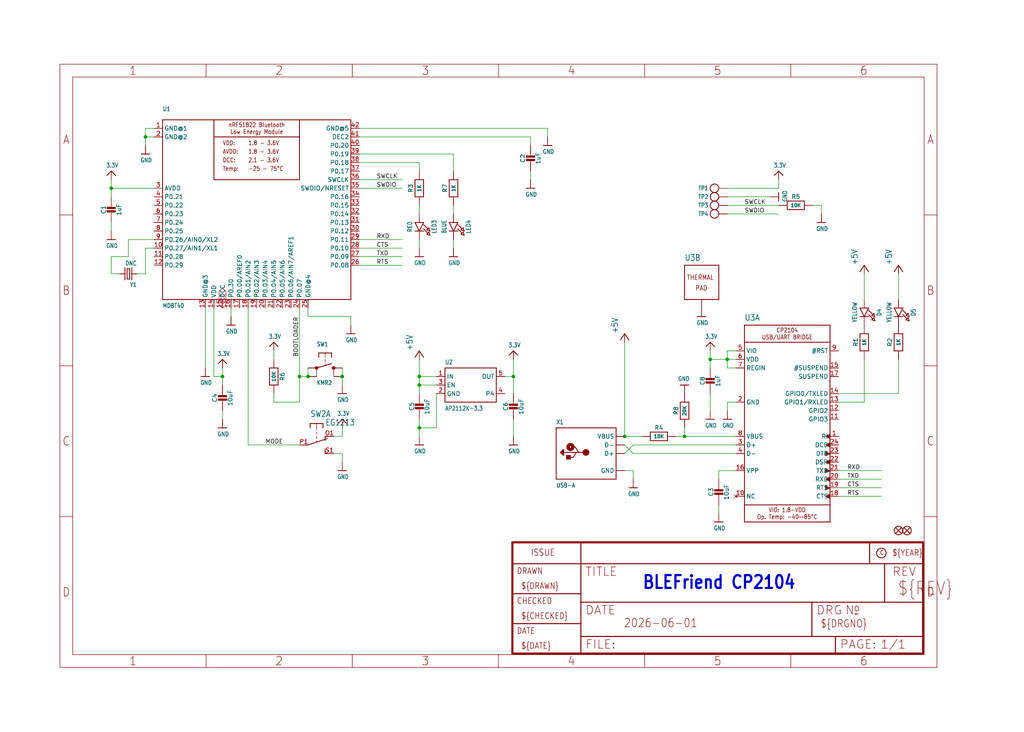
<source format=kicad_sch>
(kicad_sch (version 20230121) (generator eeschema)
  (paper "User" 303.962 217.322)
  (lib_symbols
    (symbol "working-eagle-import:+5V" (power)
      (property "Value" "+5V" (at -2.54 -5.08 90))
      (symbol "+5V_1_0"
        (pin power_in line (at 0 -2.54 90) (length 2.54) (name "+5V") (number "1"))
      )
    )
    (symbol "working-eagle-import:3.3V" (power)
      (property "Value" "3.3V" (at -1.524 1.016 0))
      (symbol "3.3V_1_0"
        (pin power_in line (at 0 -2.54 90) (length 2.54) (name "3.3V") (number "1"))
      )
    )
    (symbol "working-eagle-import:CAP_CERAMIC0603_NO"
      (property "Reference" "C" (at -2.29 1.25 90))
      (symbol "CAP_CERAMIC0603_NO_1_0"
        (pin passive line (at 0 5.08 270) (length 2.54) (name "1") (number "1"))
        (pin passive line (at 0 -2.54 90) (length 2.54) (name "2") (number "2"))
      )
    )
    (symbol "working-eagle-import:CAP_CERAMIC0805-NOOUTLINE"
      (property "Reference" "C" (at -2.29 1.25 90))
      (symbol "CAP_CERAMIC0805-NOOUTLINE_1_0"
        (pin passive line (at 0 5.08 270) (length 2.54) (name "1") (number "1"))
        (pin passive line (at 0 -2.54 90) (length 2.54) (name "2") (number "2"))
      )
    )
    (symbol "working-eagle-import:CP2104"
      (property "Reference" "U" (at -5.08 6.35 0))
      (symbol "CP2104_1_0"
        (text "CP2104\nUSB/UART BRIDGE" (at 0 25.4 0) (effects (font (size 1.27 1.0795))))
        (text "VIO: 1.8-VDD\nOp. Temp: -40~~85°C" (at 0 -27.94 0) (effects (font (size 1.27 1.0795))))
        (pin input line (at 15.24 -5.08 180) (length 2.54) (name "RI") (number "1"))
        (pin no_connect line (at -15.24 -22.86 0) (length 2.54) (name "NC") (number "10"))
        (pin bidirectional line (at 15.24 0 180) (length 2.54) (name "GPIO3") (number "11"))
        (pin bidirectional line (at 15.24 2.54 180) (length 2.54) (name "GPIO2") (number "12"))
        (pin bidirectional line (at 15.24 5.08 180) (length 2.54) (name "GPIO1/RXLED") (number "13"))
        (pin bidirectional line (at 15.24 7.62 180) (length 2.54) (name "GPIO0/TXLED") (number "14"))
        (pin output line (at 15.24 15.24 180) (length 2.54) (name "#SUSPEND") (number "15"))
        (pin bidirectional line (at -15.24 -15.24 0) (length 2.54) (name "VPP") (number "16"))
        (pin output line (at 15.24 12.7 180) (length 2.54) (name "SUSPEND") (number "17"))
        (pin input line (at 15.24 -22.86 180) (length 2.54) (name "CTS") (number "18"))
        (pin output line (at 15.24 -20.32 180) (length 2.54) (name "RTS") (number "19"))
        (pin power_in line (at -15.24 5.08 0) (length 2.54) (name "GND") (number "2"))
        (pin input line (at 15.24 -17.78 180) (length 2.54) (name "RXD") (number "20"))
        (pin output line (at 15.24 -15.24 180) (length 2.54) (name "TXD") (number "21"))
        (pin input line (at 15.24 -12.7 180) (length 2.54) (name "DSR") (number "22"))
        (pin output line (at 15.24 -10.16 180) (length 2.54) (name "DTR") (number "23"))
        (pin input line (at 15.24 -7.62 180) (length 2.54) (name "DCD") (number "24"))
        (pin bidirectional line (at -15.24 -7.62 0) (length 2.54) (name "D+") (number "3"))
        (pin bidirectional line (at -15.24 -10.16 0) (length 2.54) (name "D-") (number "4"))
        (pin power_in line (at -15.24 20.32 0) (length 2.54) (name "VIO") (number "5"))
        (pin power_in line (at -15.24 17.78 0) (length 2.54) (name "VDD") (number "6"))
        (pin power_in line (at -15.24 15.24 0) (length 2.54) (name "REGIN") (number "7"))
        (pin power_in line (at -15.24 -5.08 0) (length 2.54) (name "VBUS") (number "8"))
        (pin bidirectional line (at 15.24 20.32 180) (length 2.54) (name "#RST") (number "9"))
      )
      (symbol "CP2104_2_0"
        (text "PAD" (at -1.905 -2.54 0) (effects (font (size 1.4224 1.209)) (justify left bottom)))
        (text "THERMAL" (at -4.445 0.635 0) (effects (font (size 1.4224 1.209)) (justify left bottom)))
        (pin power_in line (at 0 -7.62 90) (length 2.54) (name "TP") (number "THERM"))
      )
    )
    (symbol "working-eagle-import:CRYSTAL2.0X6.0_32.768"
      (property "Reference" "Y" (at -2.54 2.54 0))
      (symbol "CRYSTAL2.0X6.0_32.768_1_0"
        (pin passive line (at -2.54 0 0) (length 0) (name "1") (number "1"))
        (pin passive line (at 2.54 0 180) (length 0) (name "2") (number "2"))
      )
    )
    (symbol "working-eagle-import:DPDT-EG1390"
      (property "Reference" "SW" (at -8.255 -1.905 90))
      (symbol "DPDT-EG1390_1_0"
        (pin passive line (at -2.54 5.08 270) (length 2.54) (name "O") (number "O1"))
        (pin passive line (at 0 -5.08 90) (length 2.54) (name "P") (number "P1"))
        (pin passive line (at 2.54 5.08 270) (length 2.54) (name "S") (number "S1"))
      )
      (symbol "DPDT-EG1390_2_0"
        (pin passive line (at -2.54 5.08 270) (length 2.54) (name "O") (number "O2"))
        (pin passive line (at 0 -5.08 90) (length 2.54) (name "P") (number "P2"))
        (pin passive line (at 2.54 5.08 270) (length 2.54) (name "S") (number "S2"))
      )
    )
    (symbol "working-eagle-import:FIDUCIAL_1MM")
    (symbol "working-eagle-import:FRAME_A4"
      (symbol "FRAME_A4_1_0"
        (text "1" (at 21.6958 1.905 0) (effects (font (size 2.54 2.286))))
        (text "1" (at 21.6958 177.165 0) (effects (font (size 2.54 2.286))))
        (text "2" (at 65.0875 1.905 0) (effects (font (size 2.54 2.286))))
        (text "2" (at 65.0875 177.165 0) (effects (font (size 2.54 2.286))))
        (text "3" (at 108.4792 1.905 0) (effects (font (size 2.54 2.286))))
        (text "3" (at 108.4792 177.165 0) (effects (font (size 2.54 2.286))))
        (text "4" (at 151.8708 1.905 0) (effects (font (size 2.54 2.286))))
        (text "4" (at 151.8708 177.165 0) (effects (font (size 2.54 2.286))))
        (text "5" (at 195.2625 1.905 0) (effects (font (size 2.54 2.286))))
        (text "5" (at 195.2625 177.165 0) (effects (font (size 2.54 2.286))))
        (text "6" (at 238.6542 1.905 0) (effects (font (size 2.54 2.286))))
        (text "6" (at 238.6542 177.165 0) (effects (font (size 2.54 2.286))))
        (text "A" (at 1.905 156.6863 0) (effects (font (size 2.54 2.286))))
        (text "A" (at 258.445 156.6863 0) (effects (font (size 2.54 2.286))))
        (text "B" (at 1.905 111.9188 0) (effects (font (size 2.54 2.286))))
        (text "B" (at 258.445 111.9188 0) (effects (font (size 2.54 2.286))))
        (text "C" (at 1.905 67.1513 0) (effects (font (size 2.54 2.286))))
        (text "C" (at 258.445 67.1513 0) (effects (font (size 2.54 2.286))))
        (text "D" (at 1.905 22.3838 0) (effects (font (size 2.54 2.286))))
        (text "D" (at 258.445 22.3838 0) (effects (font (size 2.54 2.286))))
      )
      (symbol "FRAME_A4_2_0"
        (text "${#}/${##}" (at 108.9152 2.8448 0) (effects (font (size 2.54 2.54)) (justify left bottom)))
        (text "${CHECKED}" (at 2.2352 11.7348 0) (effects (font (size 1.778 1.5113)) (justify left bottom)))
        (text "${COMPANY}" (at 23.349 29.6735 0) (effects (font (size 3.175 2.6987) (thickness 0.5397) bold) (justify left bottom)))
        (text "${CURRENT_DATE}" (at 32.7152 9.1948 0) (effects (font (size 2.54 2.159)) (justify left bottom)))
        (text "${DATE}" (at 2.2352 2.8448 0) (effects (font (size 1.778 1.5113)) (justify left bottom)))
        (text "${DRAWN}" (at 2.2352 20.6248 0) (effects (font (size 1.778 1.5113)) (justify left bottom)))
        (text "${DRGNO}" (at 91.1352 9.1948 0) (effects (font (size 2.1844 1.8567)) (justify left bottom)))
        (text "${PROJECTNAME}" (at 33.0327 2.8448 0) (effects (font (size 2.54 2.159)) (justify left bottom)))
        (text "${REV}" (at 113.9952 18.7198 0) (effects (font (size 3.81 3.2385)) (justify left bottom)))
        (text "${YEAR}" (at 112.4077 30.4673 0) (effects (font (size 1.778 1.5113)) (justify left bottom)))
        (text "C" (at 108.7564 30.7848 0) (effects (font (size 1.27 1.0795)) (justify left bottom)))
        (text "CHECKED" (at 0.9652 16.1798 0) (effects (font (size 1.778 1.5113)) (justify left bottom)))
        (text "DATE" (at 0.9652 7.2898 0) (effects (font (size 1.778 1.5113)) (justify left bottom)))
        (text "DATE" (at 21.2852 13.0048 0) (effects (font (size 2.54 2.54)) (justify left bottom)))
        (text "DRAWN" (at 0.9652 25.0698 0) (effects (font (size 1.778 1.5113)) (justify left bottom)))
        (text "DRG" (at 89.8652 13.0048 0) (effects (font (size 2.54 2.54)) (justify left bottom)))
        (text "FILE:" (at 21.2852 2.8448 0) (effects (font (size 2.54 2.54)) (justify left bottom)))
        (text "ISSUE" (at 5.0927 30.4673 0) (effects (font (size 1.9304 1.6408)) (justify left bottom)))
        (text "N" (at 98.4377 13.0048 0) (effects (font (size 2.54 2.54)) (justify left bottom)))
        (text "o" (at 100.9777 13.9573 0) (effects (font (size 2.1844 1.8567)) (justify left bottom)))
        (text "PAGE:" (at 96.8502 2.8448 0) (effects (font (size 2.54 2.54)) (justify left bottom)))
        (text "REV" (at 112.4077 24.4348 0) (effects (font (size 2.54 2.54)) (justify left bottom)))
        (text "TITLE" (at 21.2852 24.4348 0) (effects (font (size 2.54 2.54)) (justify left bottom)))
      )
    )
    (symbol "working-eagle-import:GND" (power)
      (property "Value" "GND" (at -1.524 -2.54 0))
      (symbol "GND_1_0"
        (pin power_in line (at 0 2.54 270) (length 2.54) (name "GND") (number "1"))
      )
    )
    (symbol "working-eagle-import:LED0805_NOOUTLINE"
      (property "Reference" "D" (at -1.27 4.445 0))
      (symbol "LED0805_NOOUTLINE_1_0"
        (pin passive line (at -5.08 0 0) (length 2.54) (name "A") (number "A"))
        (pin passive line (at 2.54 0 180) (length 2.54) (name "C") (number "C"))
      )
    )
    (symbol "working-eagle-import:NRF51822_MODULE_MDBT40"
      (property "Reference" "U" (at -27.94 27.94 0))
      (symbol "NRF51822_MODULE_MDBT40_1_0"
        (text "-25 - 75°C" (at -2.54 10.16 0) (effects (font (size 1.27 1.0795)) (justify left bottom)))
        (text "1.8 - 3.6V" (at -2.54 15.24 0) (effects (font (size 1.27 1.0795)) (justify left bottom)))
        (text "1.8 - 3.6V" (at -2.54 17.78 0) (effects (font (size 1.27 1.0795)) (justify left bottom)))
        (text "2.1 - 3.6V" (at -2.54 12.7 0) (effects (font (size 1.27 1.0795)) (justify left bottom)))
        (text "AVDD:" (at -10.16 15.24 0) (effects (font (size 1.27 1.0795)) (justify left bottom)))
        (text "DCC:" (at -10.16 12.7 0) (effects (font (size 1.27 1.0795)) (justify left bottom)))
        (text "nRF51822 Bluetooth\nLow Energy Module" (at 0 22.86 0) (effects (font (size 1.27 1.0795))))
        (text "Temp:" (at -10.16 10.16 0) (effects (font (size 1.27 1.0795)) (justify left bottom)))
        (text "VDD:" (at -10.16 17.78 0) (effects (font (size 1.27 1.0795)) (justify left bottom)))
        (pin power_in line (at -30.48 22.86 0) (length 2.54) (name "GND@1") (number "1"))
        (pin bidirectional line (at -30.48 -12.7 0) (length 2.54) (name "P0.27/AIN1/XL1") (number "10"))
        (pin bidirectional line (at -30.48 -15.24 0) (length 2.54) (name "P0.28") (number "11"))
        (pin bidirectional line (at -30.48 -17.78 0) (length 2.54) (name "P0.29") (number "12"))
        (pin power_in line (at -15.24 -30.48 90) (length 2.54) (name "GND@3") (number "13"))
        (pin power_in line (at -12.7 -30.48 90) (length 2.54) (name "VDD") (number "14"))
        (pin power_in line (at -10.16 -30.48 90) (length 2.54) (name "DCC") (number "15"))
        (pin bidirectional line (at -7.62 -30.48 90) (length 2.54) (name "P0.30") (number "16"))
        (pin bidirectional line (at -5.08 -30.48 90) (length 2.54) (name "P0.00/AREF0") (number "17"))
        (pin bidirectional line (at -2.54 -30.48 90) (length 2.54) (name "P0.01/AIN2") (number "18"))
        (pin bidirectional line (at 0 -30.48 90) (length 2.54) (name "P0.02/AIN3") (number "19"))
        (pin power_in line (at -30.48 20.32 0) (length 2.54) (name "GND@2") (number "2"))
        (pin bidirectional line (at 2.54 -30.48 90) (length 2.54) (name "P0.03/AIN4") (number "20"))
        (pin bidirectional line (at 5.08 -30.48 90) (length 2.54) (name "P0.04/AIN5") (number "21"))
        (pin bidirectional line (at 7.62 -30.48 90) (length 2.54) (name "P0.05/AIN6") (number "22"))
        (pin bidirectional line (at 10.16 -30.48 90) (length 2.54) (name "P0.06/AIN7/AREF1") (number "23"))
        (pin bidirectional line (at 12.7 -30.48 90) (length 2.54) (name "P0.07") (number "24"))
        (pin power_in line (at 15.24 -30.48 90) (length 2.54) (name "GND@4") (number "25"))
        (pin bidirectional line (at 30.48 -17.78 180) (length 2.54) (name "P0.08") (number "26"))
        (pin bidirectional line (at 30.48 -15.24 180) (length 2.54) (name "P0.09") (number "27"))
        (pin bidirectional line (at 30.48 -12.7 180) (length 2.54) (name "P0.10") (number "28"))
        (pin bidirectional line (at 30.48 -10.16 180) (length 2.54) (name "P0.11") (number "29"))
        (pin power_in line (at -30.48 5.08 0) (length 2.54) (name "AVDD") (number "3"))
        (pin bidirectional line (at 30.48 -7.62 180) (length 2.54) (name "P0.12") (number "30"))
        (pin bidirectional line (at 30.48 -5.08 180) (length 2.54) (name "P0.13") (number "31"))
        (pin bidirectional line (at 30.48 -2.54 180) (length 2.54) (name "P0.14") (number "32"))
        (pin bidirectional line (at 30.48 0 180) (length 2.54) (name "P0.15") (number "33"))
        (pin bidirectional line (at 30.48 2.54 180) (length 2.54) (name "P0.16") (number "34"))
        (pin bidirectional line (at 30.48 5.08 180) (length 2.54) (name "SWDIO/NRESET") (number "35"))
        (pin bidirectional line (at 30.48 7.62 180) (length 2.54) (name "SWCLK") (number "36"))
        (pin bidirectional line (at 30.48 10.16 180) (length 2.54) (name "P0.17") (number "37"))
        (pin bidirectional line (at 30.48 12.7 180) (length 2.54) (name "P0.18") (number "38"))
        (pin bidirectional line (at 30.48 15.24 180) (length 2.54) (name "P0.19") (number "39"))
        (pin bidirectional line (at -30.48 2.54 0) (length 2.54) (name "P0.21") (number "4"))
        (pin bidirectional line (at 30.48 17.78 180) (length 2.54) (name "P0.20") (number "40"))
        (pin power_in line (at 30.48 20.32 180) (length 2.54) (name "DEC2") (number "41"))
        (pin power_in line (at 30.48 22.86 180) (length 2.54) (name "GND@5") (number "42"))
        (pin bidirectional line (at -30.48 0 0) (length 2.54) (name "P0.22") (number "5"))
        (pin bidirectional line (at -30.48 -2.54 0) (length 2.54) (name "P0.23") (number "6"))
        (pin bidirectional line (at -30.48 -5.08 0) (length 2.54) (name "P0.24") (number "7"))
        (pin bidirectional line (at -30.48 -7.62 0) (length 2.54) (name "P0.25") (number "8"))
        (pin bidirectional line (at -30.48 -10.16 0) (length 2.54) (name "P0.26/AIN0/XL2") (number "9"))
      )
    )
    (symbol "working-eagle-import:RESISTOR_0603_NOOUT"
      (property "Reference" "R" (at 0 2.54 0))
      (symbol "RESISTOR_0603_NOOUT_1_0"
        (pin passive line (at -5.08 0 0) (length 2.54) (name "1") (number "1"))
        (pin passive line (at 5.08 0 180) (length 2.54) (name "2") (number "2"))
      )
    )
    (symbol "working-eagle-import:SWITCH_TACT_SMT4.6X2.8"
      (property "Reference" "SW" (at -2.54 6.35 0))
      (symbol "SWITCH_TACT_SMT4.6X2.8_1_0"
        (pin passive line (at -5.08 0 0) (length 2.54) (name "P") (number "A"))
        (pin passive line (at -5.08 -2.54 0) (length 2.54) (name "P1") (number "A'"))
        (pin passive line (at 5.08 0 180) (length 2.54) (name "S") (number "B"))
        (pin passive line (at 5.08 -2.54 180) (length 2.54) (name "S1") (number "B'"))
      )
    )
    (symbol "working-eagle-import:TESTPOINTROUND2MM"
      (property "Reference" "TP" (at 0 5.588 90))
      (symbol "TESTPOINTROUND2MM_1_0"
        (pin bidirectional line (at 0 0 90) (length 2.54) (name "P$1") (number "P$1"))
      )
    )
    (symbol "working-eagle-import:USB_TYPEA_CLIENTTHM"
      (property "Reference" "X" (at -10.16 8.636 0))
      (symbol "USB_TYPEA_CLIENTTHM_1_0"
        (pin bidirectional line (at 10.16 0 180) (length 2.54) (name "D+") (number "D+"))
        (pin bidirectional line (at 10.16 2.54 180) (length 2.54) (name "D-") (number "D-"))
        (pin power_in line (at 10.16 -5.08 180) (length 2.54) (name "GND") (number "GND"))
        (pin power_in line (at 10.16 5.08 180) (length 2.54) (name "VBUS") (number "VBUS"))
      )
    )
    (symbol "working-eagle-import:VREG_SOT23-5"
      (property "Reference" "U" (at -7.62 6.096 0))
      (symbol "VREG_SOT23-5_1_0"
        (pin power_in line (at -10.16 2.54 0) (length 2.54) (name "IN") (number "1"))
        (pin power_in line (at -10.16 -2.54 0) (length 2.54) (name "GND") (number "2"))
        (pin input line (at -10.16 0 0) (length 2.54) (name "EN") (number "3"))
        (pin bidirectional line (at 10.16 -2.54 180) (length 2.54) (name "P4") (number "4"))
        (pin power_in line (at 10.16 2.54 180) (length 2.54) (name "OUT") (number "5"))
      )
    )
  )
  (junction (at 33.02 55.88))
  (junction (at 215.9 106.68))
  (junction (at 203.2 129.54))
  (junction (at 91.44 111.76))
  (junction (at 124.46 127))
  (junction (at 88.9 111.76))
  (junction (at 185.42 129.54))
  (junction (at 124.46 111.76))
  (junction (at 210.82 106.68))
  (junction (at 124.46 114.3))
  (junction (at 101.6 111.76))
  (junction (at 43.18 40.64))
  (junction (at 66.04 111.76))
  (junction (at 152.4 111.76))
  (wire (pts (xy 88.9 111.76) (xy 88.9 119.38)) (stroke (width 0.1524)))
  (wire (pts (xy 45.72 38.1) (xy 43.18 38.1)) (stroke (width 0.1524)))
  (wire (pts (xy 152.4 111.76) (xy 152.4 106.68)) (stroke (width 0.1524)))
  (wire (pts (xy 218.44 134.62) (xy 187.96 134.62)) (stroke (width 0.1524)))
  (wire (pts (xy 203.2 127) (xy 203.2 129.54)) (stroke (width 0.1524)))
  (wire (pts (xy 152.4 111.76) (xy 152.4 116.84)) (stroke (width 0.1524)))
  (wire (pts (xy 38.1 76.2) (xy 33.02 76.2)) (stroke (width 0.1524)))
  (wire (pts (xy 124.46 127) (xy 124.46 129.54)) (stroke (width 0.1524)))
  (wire (pts (xy 99.06 134.62) (xy 101.6 134.62)) (stroke (width 0.1524)))
  (wire (pts (xy 104.14 93.98) (xy 104.14 96.52)) (stroke (width 0.1524)))
  (wire (pts (xy 124.46 71.12) (xy 124.46 73.66)) (stroke (width 0.1524)))
  (wire (pts (xy 129.54 114.3) (xy 124.46 114.3)) (stroke (width 0.1524)))
  (wire (pts (xy 124.46 124.46) (xy 124.46 127)) (stroke (width 0.1524)))
  (wire (pts (xy 129.54 111.76) (xy 124.46 111.76)) (stroke (width 0.1524)))
  (wire (pts (xy 210.82 106.68) (xy 210.82 109.22)) (stroke (width 0.1524)))
  (wire (pts (xy 124.46 48.26) (xy 124.46 50.8)) (stroke (width 0.1524)))
  (wire (pts (xy 231.14 55.88) (xy 231.14 53.34)) (stroke (width 0.1524)))
  (wire (pts (xy 129.54 116.84) (xy 129.54 127)) (stroke (width 0.1524)))
  (wire (pts (xy 88.9 91.44) (xy 88.9 111.76)) (stroke (width 0.1524)))
  (wire (pts (xy 210.82 116.84) (xy 210.82 121.92)) (stroke (width 0.1524)))
  (wire (pts (xy 157.48 50.8) (xy 157.48 53.34)) (stroke (width 0.1524)))
  (wire (pts (xy 106.68 53.34) (xy 119.38 53.34)) (stroke (width 0.1524)))
  (wire (pts (xy 185.42 139.7) (xy 187.96 139.7)) (stroke (width 0.1524)))
  (wire (pts (xy 45.72 71.12) (xy 38.1 71.12)) (stroke (width 0.1524)))
  (wire (pts (xy 243.84 60.96) (xy 243.84 63.5)) (stroke (width 0.1524)))
  (wire (pts (xy 124.46 60.96) (xy 124.46 63.5)) (stroke (width 0.1524)))
  (wire (pts (xy 256.54 81.28) (xy 256.54 88.9)) (stroke (width 0.1524)))
  (wire (pts (xy 91.44 109.22) (xy 91.44 111.76)) (stroke (width 0.1524)))
  (wire (pts (xy 215.9 60.96) (xy 231.14 60.96)) (stroke (width 0.1524)))
  (wire (pts (xy 33.02 66.04) (xy 33.02 68.58)) (stroke (width 0.1524)))
  (wire (pts (xy 38.1 71.12) (xy 38.1 76.2)) (stroke (width 0.1524)))
  (wire (pts (xy 187.96 139.7) (xy 187.96 142.24)) (stroke (width 0.1524)))
  (wire (pts (xy 215.9 63.5) (xy 231.14 63.5)) (stroke (width 0.1524)))
  (wire (pts (xy 60.96 91.44) (xy 60.96 109.22)) (stroke (width 0.1524)))
  (wire (pts (xy 43.18 40.64) (xy 43.18 43.18)) (stroke (width 0.1524)))
  (wire (pts (xy 218.44 119.38) (xy 215.9 119.38)) (stroke (width 0.1524)))
  (wire (pts (xy 248.92 147.32) (xy 261.62 147.32)) (stroke (width 0.1524)))
  (wire (pts (xy 218.44 139.7) (xy 213.36 139.7)) (stroke (width 0.1524)))
  (wire (pts (xy 43.18 73.66) (xy 43.18 81.28)) (stroke (width 0.1524)))
  (wire (pts (xy 106.68 38.1) (xy 162.56 38.1)) (stroke (width 0.1524)))
  (wire (pts (xy 99.06 129.54) (xy 101.6 129.54)) (stroke (width 0.1524)))
  (wire (pts (xy 213.36 139.7) (xy 213.36 142.24)) (stroke (width 0.1524)))
  (wire (pts (xy 248.92 116.84) (xy 266.7 116.84)) (stroke (width 0.1524)))
  (wire (pts (xy 134.62 45.72) (xy 134.62 50.8)) (stroke (width 0.1524)))
  (wire (pts (xy 129.54 127) (xy 124.46 127)) (stroke (width 0.1524)))
  (wire (pts (xy 101.6 134.62) (xy 101.6 137.16)) (stroke (width 0.1524)))
  (wire (pts (xy 261.62 142.24) (xy 248.92 142.24)) (stroke (width 0.1524)))
  (wire (pts (xy 106.68 71.12) (xy 119.38 71.12)) (stroke (width 0.1524)))
  (wire (pts (xy 63.5 111.76) (xy 66.04 111.76)) (stroke (width 0.1524)))
  (wire (pts (xy 45.72 40.64) (xy 43.18 40.64)) (stroke (width 0.1524)))
  (wire (pts (xy 248.92 139.7) (xy 261.62 139.7)) (stroke (width 0.1524)))
  (wire (pts (xy 162.56 38.1) (xy 162.56 40.64)) (stroke (width 0.1524)))
  (wire (pts (xy 106.68 55.88) (xy 119.38 55.88)) (stroke (width 0.1524)))
  (wire (pts (xy 248.92 119.38) (xy 256.54 119.38)) (stroke (width 0.1524)))
  (wire (pts (xy 66.04 111.76) (xy 66.04 114.3)) (stroke (width 0.1524)))
  (wire (pts (xy 81.28 119.38) (xy 81.28 116.84)) (stroke (width 0.1524)))
  (wire (pts (xy 45.72 55.88) (xy 33.02 55.88)) (stroke (width 0.1524)))
  (wire (pts (xy 106.68 76.2) (xy 119.38 76.2)) (stroke (width 0.1524)))
  (wire (pts (xy 185.42 129.54) (xy 190.5 129.54)) (stroke (width 0.1524)))
  (wire (pts (xy 88.9 119.38) (xy 81.28 119.38)) (stroke (width 0.1524)))
  (wire (pts (xy 45.72 73.66) (xy 43.18 73.66)) (stroke (width 0.1524)))
  (wire (pts (xy 124.46 111.76) (xy 124.46 106.68)) (stroke (width 0.1524)))
  (wire (pts (xy 187.96 134.62) (xy 185.42 132.08)) (stroke (width 0.1524)))
  (wire (pts (xy 215.9 109.22) (xy 215.9 106.68)) (stroke (width 0.1524)))
  (wire (pts (xy 106.68 45.72) (xy 134.62 45.72)) (stroke (width 0.1524)))
  (wire (pts (xy 101.6 111.76) (xy 101.6 114.3)) (stroke (width 0.1524)))
  (wire (pts (xy 218.44 104.14) (xy 215.9 104.14)) (stroke (width 0.1524)))
  (wire (pts (xy 91.44 93.98) (xy 104.14 93.98)) (stroke (width 0.1524)))
  (wire (pts (xy 157.48 40.64) (xy 157.48 43.18)) (stroke (width 0.1524)))
  (wire (pts (xy 200.66 129.54) (xy 203.2 129.54)) (stroke (width 0.1524)))
  (wire (pts (xy 106.68 73.66) (xy 119.38 73.66)) (stroke (width 0.1524)))
  (wire (pts (xy 81.28 106.68) (xy 81.28 104.14)) (stroke (width 0.1524)))
  (wire (pts (xy 43.18 81.28) (xy 40.64 81.28)) (stroke (width 0.1524)))
  (wire (pts (xy 66.04 111.76) (xy 66.04 109.22)) (stroke (width 0.1524)))
  (wire (pts (xy 152.4 124.46) (xy 152.4 129.54)) (stroke (width 0.1524)))
  (wire (pts (xy 218.44 109.22) (xy 215.9 109.22)) (stroke (width 0.1524)))
  (wire (pts (xy 33.02 55.88) (xy 33.02 58.42)) (stroke (width 0.1524)))
  (wire (pts (xy 215.9 106.68) (xy 210.82 106.68)) (stroke (width 0.1524)))
  (wire (pts (xy 215.9 119.38) (xy 215.9 121.92)) (stroke (width 0.1524)))
  (wire (pts (xy 106.68 48.26) (xy 124.46 48.26)) (stroke (width 0.1524)))
  (wire (pts (xy 124.46 114.3) (xy 124.46 111.76)) (stroke (width 0.1524)))
  (wire (pts (xy 124.46 114.3) (xy 124.46 116.84)) (stroke (width 0.1524)))
  (wire (pts (xy 106.68 78.74) (xy 119.38 78.74)) (stroke (width 0.1524)))
  (wire (pts (xy 266.7 116.84) (xy 266.7 106.68)) (stroke (width 0.1524)))
  (wire (pts (xy 203.2 129.54) (xy 218.44 129.54)) (stroke (width 0.1524)))
  (wire (pts (xy 73.66 132.08) (xy 88.9 132.08)) (stroke (width 0.1524)))
  (wire (pts (xy 106.68 40.64) (xy 157.48 40.64)) (stroke (width 0.1524)))
  (wire (pts (xy 149.86 111.76) (xy 152.4 111.76)) (stroke (width 0.1524)))
  (wire (pts (xy 33.02 76.2) (xy 33.02 81.28)) (stroke (width 0.1524)))
  (wire (pts (xy 68.58 91.44) (xy 68.58 93.98)) (stroke (width 0.1524)))
  (wire (pts (xy 266.7 88.9) (xy 266.7 81.28)) (stroke (width 0.1524)))
  (wire (pts (xy 213.36 149.86) (xy 213.36 152.4)) (stroke (width 0.1524)))
  (wire (pts (xy 215.9 55.88) (xy 231.14 55.88)) (stroke (width 0.1524)))
  (wire (pts (xy 241.3 60.96) (xy 243.84 60.96)) (stroke (width 0.1524)))
  (wire (pts (xy 210.82 106.68) (xy 210.82 104.14)) (stroke (width 0.1524)))
  (wire (pts (xy 187.96 132.08) (xy 218.44 132.08)) (stroke (width 0.1524)))
  (wire (pts (xy 256.54 106.68) (xy 256.54 119.38)) (stroke (width 0.1524)))
  (wire (pts (xy 134.62 71.12) (xy 134.62 73.66)) (stroke (width 0.1524)))
  (wire (pts (xy 73.66 91.44) (xy 73.66 132.08)) (stroke (width 0.1524)))
  (wire (pts (xy 66.04 121.92) (xy 66.04 124.46)) (stroke (width 0.1524)))
  (wire (pts (xy 101.6 129.54) (xy 101.6 127)) (stroke (width 0.1524)))
  (wire (pts (xy 218.44 106.68) (xy 215.9 106.68)) (stroke (width 0.1524)))
  (wire (pts (xy 63.5 91.44) (xy 63.5 111.76)) (stroke (width 0.1524)))
  (wire (pts (xy 134.62 60.96) (xy 134.62 63.5)) (stroke (width 0.1524)))
  (wire (pts (xy 33.02 55.88) (xy 33.02 53.34)) (stroke (width 0.1524)))
  (wire (pts (xy 248.92 144.78) (xy 261.62 144.78)) (stroke (width 0.1524)))
  (wire (pts (xy 215.9 58.42) (xy 228.6 58.42)) (stroke (width 0.1524)))
  (wire (pts (xy 33.02 81.28) (xy 35.56 81.28)) (stroke (width 0.1524)))
  (wire (pts (xy 215.9 104.14) (xy 215.9 106.68)) (stroke (width 0.1524)))
  (wire (pts (xy 91.44 111.76) (xy 88.9 111.76)) (stroke (width 0.1524)))
  (wire (pts (xy 43.18 38.1) (xy 43.18 40.64)) (stroke (width 0.1524)))
  (wire (pts (xy 185.42 134.62) (xy 187.96 132.08)) (stroke (width 0.1524)))
  (wire (pts (xy 185.42 129.54) (xy 185.42 101.6)) (stroke (width 0.1524)))
  (wire (pts (xy 101.6 109.22) (xy 101.6 111.76)) (stroke (width 0.1524)))
  (wire (pts (xy 91.44 91.44) (xy 91.44 93.98)) (stroke (width 0.1524)))
  (text "BLEFriend CP2104" (at 190.5 175.26 0) (effects (font (size 3.81 3.2385) (thickness 0.6477) bold) (justify left bottom)))
  (label "RTS" (at 251.46 147.32 0) (effects (font (size 1.2446 1.2446))))
  (label "SWDIO" (at 220.98 63.5 0) (effects (font (size 1.2446 1.2446))))
  (label "TXD" (at 251.46 142.24 0) (effects (font (size 1.2446 1.2446))))
  (label "RXD" (at 251.46 139.7 0) (effects (font (size 1.2446 1.2446))))
  (label "RTS" (at 111.76 78.74 0) (effects (font (size 1.2446 1.2446))))
  (label "RXD" (at 111.76 71.12 0) (effects (font (size 1.2446 1.2446))))
  (label "TXD" (at 111.76 76.2 0) (effects (font (size 1.2446 1.2446))))
  (label "SWCLK" (at 111.76 53.34 0) (effects (font (size 1.2446 1.2446))))
  (label "CTS" (at 251.46 144.78 0) (effects (font (size 1.2446 1.2446))))
  (label "MODE" (at 78.74 132.08 0) (effects (font (size 1.2446 1.2446))))
  (label "SWDIO" (at 111.76 55.88 0) (effects (font (size 1.2446 1.2446))))
  (label "SWCLK" (at 220.98 60.96 0) (effects (font (size 1.2446 1.2446))))
  (label "CTS" (at 111.76 73.66 0) (effects (font (size 1.2446 1.2446))))
  (label "BOOTLOADER" (at 88.9 93.98 270) (effects (font (size 1.2446 1.2446))))
  (global_label "DCC" (shape bidirectional) (at 66.04 91.44 90) (effects (font (size 1.016 1.016))) (property "Intersheetrefs" "${INTERSHEET_REFS}" (effects hide)))
  (symbol (lib_id "working-eagle-import:GND") (at 210.82 124.46 0) (unit 1)
    (property "Reference" "#U$14" (effects hide))
    (property "Value" "GND" (at 209.296 127 0) (effects (font (size 1.27 1.0795)) (justify left bottom)))
  )
  (symbol (lib_id "working-eagle-import:GND") (at 208.28 93.98 0) (unit 1)
    (property "Reference" "#U$18" (effects hide))
    (property "Value" "GND" (at 206.756 96.52 0) (effects (font (size 1.27 1.0795)) (justify left bottom)))
  )
  (symbol (lib_id "working-eagle-import:TESTPOINTROUND2MM") (at 215.9 55.88 90) (unit 1)
    (property "Reference" "TP1" (at 210.312 55.88 90) (effects (font (size 1.27 1.0795)) (justify left)))
    (property "Value" "TESTPOINTROUND2MM" (effects hide))
    (property "Footprint" "working:TESTPOINT_ROUND_2MM" (effects hide))
  )
  (symbol (lib_id "working-eagle-import:GND") (at 134.62 76.2 0) (unit 1)
    (property "Reference" "#U$28" (effects hide))
    (property "Value" "GND" (at 133.096 78.74 0) (effects (font (size 1.27 1.0795)) (justify left bottom)))
  )
  (symbol (lib_id "working-eagle-import:GND") (at 203.2 114.3 180) (unit 1)
    (property "Reference" "#U$32" (effects hide))
    (property "Value" "GND" (at 204.724 111.76 0) (effects (font (size 1.27 1.0795)) (justify left bottom)))
  )
  (symbol (lib_id "working-eagle-import:3.3V") (at 81.28 101.6 0) (unit 1)
    (property "Reference" "#U$26" (effects hide))
    (property "Value" "3.3V" (at 79.756 100.584 0) (effects (font (size 1.27 1.0795)) (justify left bottom)))
  )
  (symbol (lib_id "working-eagle-import:3.3V") (at 231.14 50.8 0) (unit 1)
    (property "Reference" "#U$20" (effects hide))
    (property "Value" "3.3V" (at 229.616 49.784 0) (effects (font (size 1.27 1.0795)) (justify left bottom)))
  )
  (symbol (lib_id "working-eagle-import:CRYSTAL2.0X6.0_32.768") (at 38.1 81.28 180) (unit 1)
    (property "Reference" "Y1" (at 40.64 83.82 0) (effects (font (size 1.27 1.0795)) (justify left bottom)))
    (property "Value" "DNC" (at 40.64 77.47 0) (effects (font (size 1.27 1.0795)) (justify left bottom)))
    (property "Footprint" "working:CRYSTAL_CYL_2X6MM_SMT" (effects hide))
  )
  (symbol (lib_id "working-eagle-import:GND") (at 231.14 58.42 90) (unit 1)
    (property "Reference" "#U$11" (effects hide))
    (property "Value" "GND" (at 233.68 59.944 0) (effects (font (size 1.27 1.0795)) (justify left bottom)))
  )
  (symbol (lib_id "working-eagle-import:GND") (at 187.96 144.78 0) (unit 1)
    (property "Reference" "#U$3" (effects hide))
    (property "Value" "GND" (at 186.436 147.32 0) (effects (font (size 1.27 1.0795)) (justify left bottom)))
  )
  (symbol (lib_id "working-eagle-import:GND") (at 243.84 66.04 0) (unit 1)
    (property "Reference" "#U$10" (effects hide))
    (property "Value" "GND" (at 242.316 68.58 0) (effects (font (size 1.27 1.0795)) (justify left bottom)))
  )
  (symbol (lib_id "working-eagle-import:CAP_CERAMIC0603_NO") (at 210.82 114.3 0) (unit 1)
    (property "Reference" "C8" (at 208.53 113.05 90))
    (property "Value" "1uF" (at 213.12 113.05 90))
    (property "Footprint" "working:0603-NO" (effects hide))
  )
  (symbol (lib_id "working-eagle-import:TESTPOINTROUND2MM") (at 215.9 58.42 90) (unit 1)
    (property "Reference" "TP2" (at 210.312 58.42 90) (effects (font (size 1.27 1.0795)) (justify left)))
    (property "Value" "TESTPOINTROUND2MM" (effects hide))
    (property "Footprint" "working:TESTPOINT_ROUND_2MM" (effects hide))
  )
  (symbol (lib_id "working-eagle-import:GND") (at 43.18 45.72 0) (unit 1)
    (property "Reference" "#U$6" (effects hide))
    (property "Value" "GND" (at 41.656 48.26 0) (effects (font (size 1.27 1.0795)) (justify left bottom)))
  )
  (symbol (lib_id "working-eagle-import:LED0805_NOOUTLINE") (at 256.54 93.98 270) (unit 1)
    (property "Reference" "D4" (at 260.985 92.71 0) (effects (font (size 1.27 1.0795))))
    (property "Value" "YELLOW" (at 253.746 92.71 0) (effects (font (size 1.27 1.0795))))
    (property "Footprint" "working:CHIPLED_0805_NOOUTLINE" (effects hide))
  )
  (symbol (lib_id "working-eagle-import:GND") (at 162.56 43.18 0) (unit 1)
    (property "Reference" "#U$8" (effects hide))
    (property "Value" "GND" (at 161.036 45.72 0) (effects (font (size 1.27 1.0795)) (justify left bottom)))
  )
  (symbol (lib_id "working-eagle-import:GND") (at 213.36 154.94 0) (unit 1)
    (property "Reference" "#U$13" (effects hide))
    (property "Value" "GND" (at 211.836 157.48 0) (effects (font (size 1.27 1.0795)) (justify left bottom)))
  )
  (symbol (lib_id "working-eagle-import:FRAME_A4") (at 152.4 195.58 0) (unit 2)
    (property "Reference" "#FRAME1" (effects hide))
    (property "Value" "FRAME_A4" (effects hide))
  )
  (symbol (lib_id "working-eagle-import:SWITCH_TACT_SMT4.6X2.8") (at 96.52 109.22 0) (unit 1)
    (property "Reference" "SW1" (at 93.98 102.87 0) (effects (font (size 1.27 1.0795)) (justify left bottom)))
    (property "Value" "KMR2" (at 93.98 114.3 0) (effects (font (size 1.27 1.0795)) (justify left bottom)))
    (property "Footprint" "working:BTN_KMR2_4.6X2.8" (effects hide))
  )
  (symbol (lib_id "working-eagle-import:3.3V") (at 210.82 101.6 0) (unit 1)
    (property "Reference" "#U$21" (effects hide))
    (property "Value" "3.3V" (at 209.296 100.584 0) (effects (font (size 1.27 1.0795)) (justify left bottom)))
  )
  (symbol (lib_id "working-eagle-import:GND") (at 101.6 116.84 0) (unit 1)
    (property "Reference" "#U$25" (effects hide))
    (property "Value" "GND" (at 100.076 119.38 0) (effects (font (size 1.27 1.0795)) (justify left bottom)))
  )
  (symbol (lib_id "working-eagle-import:LED0805_NOOUTLINE") (at 124.46 68.58 270) (unit 1)
    (property "Reference" "LED3" (at 128.905 67.31 0) (effects (font (size 1.27 1.0795))))
    (property "Value" "RED" (at 121.666 67.31 0) (effects (font (size 1.27 1.0795))))
    (property "Footprint" "working:CHIPLED_0805_NOOUTLINE" (effects hide))
  )
  (symbol (lib_id "working-eagle-import:GND") (at 104.14 99.06 0) (unit 1)
    (property "Reference" "#U$7" (effects hide))
    (property "Value" "GND" (at 102.616 101.6 0) (effects (font (size 1.27 1.0795)) (justify left bottom)))
  )
  (symbol (lib_id "working-eagle-import:LED0805_NOOUTLINE") (at 266.7 93.98 270) (unit 1)
    (property "Reference" "D5" (at 271.145 92.71 0) (effects (font (size 1.27 1.0795))))
    (property "Value" "YELLOW" (at 263.906 92.71 0) (effects (font (size 1.27 1.0795))))
    (property "Footprint" "working:CHIPLED_0805_NOOUTLINE" (effects hide))
  )
  (symbol (lib_id "working-eagle-import:GND") (at 157.48 55.88 0) (unit 1)
    (property "Reference" "#U$9" (effects hide))
    (property "Value" "GND" (at 155.956 58.42 0) (effects (font (size 1.27 1.0795)) (justify left bottom)))
  )
  (symbol (lib_id "working-eagle-import:CAP_CERAMIC0805-NOOUTLINE") (at 124.46 121.92 0) (unit 1)
    (property "Reference" "C5" (at 122.17 120.67 90))
    (property "Value" "10uF" (at 126.76 120.67 90))
    (property "Footprint" "working:0805-NO" (effects hide))
  )
  (symbol (lib_id "working-eagle-import:3.3V") (at 101.6 124.46 0) (unit 1)
    (property "Reference" "#U$23" (effects hide))
    (property "Value" "3.3V" (at 100.076 123.444 0) (effects (font (size 1.27 1.0795)) (justify left bottom)))
  )
  (symbol (lib_id "working-eagle-import:GND") (at 68.58 96.52 0) (unit 1)
    (property "Reference" "#U$29" (effects hide))
    (property "Value" "GND" (at 67.056 99.06 0) (effects (font (size 1.27 1.0795)) (justify left bottom)))
  )
  (symbol (lib_id "working-eagle-import:VREG_SOT23-5") (at 139.7 114.3 0) (unit 1)
    (property "Reference" "U2" (at 132.08 108.204 0) (effects (font (size 1.27 1.0795)) (justify left bottom)))
    (property "Value" "AP2112K-3.3" (at 132.08 121.92 0) (effects (font (size 1.27 1.0795)) (justify left bottom)))
    (property "Footprint" "working:SOT23-5" (effects hide))
  )
  (symbol (lib_id "working-eagle-import:CP2104") (at 233.68 124.46 0) (unit 1)
    (property "Reference" "U3" (at 220.98 95.25 0) (effects (font (size 1.778 1.5113)) (justify left bottom)))
    (property "Value" "CP210x" (effects hide))
    (property "Footprint" "working:QFN24_4MM_SMSC" (effects hide))
  )
  (symbol (lib_id "working-eagle-import:FIDUCIAL_1MM") (at 266.7 157.48 0) (unit 1)
    (property "Reference" "FID2" (effects hide))
    (property "Value" "FIDUCIAL_1MM" (effects hide))
    (property "Footprint" "working:FIDUCIAL_1MM" (effects hide))
  )
  (symbol (lib_id "working-eagle-import:GND") (at 60.96 111.76 0) (unit 1)
    (property "Reference" "#U$5" (effects hide))
    (property "Value" "GND" (at 59.436 114.3 0) (effects (font (size 1.27 1.0795)) (justify left bottom)))
  )
  (symbol (lib_id "working-eagle-import:RESISTOR_0603_NOOUT") (at 134.62 55.88 90) (unit 1)
    (property "Reference" "R7" (at 132.08 55.88 0))
    (property "Value" "1K" (at 134.62 55.88 0) (effects (font (size 1.016 1.016) bold)))
    (property "Footprint" "working:0603-NO" (effects hide))
  )
  (symbol (lib_id "working-eagle-import:LED0805_NOOUTLINE") (at 134.62 68.58 270) (unit 1)
    (property "Reference" "LED4" (at 139.065 67.31 0) (effects (font (size 1.27 1.0795))))
    (property "Value" "BLUE" (at 131.826 67.31 0) (effects (font (size 1.27 1.0795))))
    (property "Footprint" "working:CHIPLED_0805_NOOUTLINE" (effects hide))
  )
  (symbol (lib_id "working-eagle-import:CAP_CERAMIC0805-NOOUTLINE") (at 66.04 119.38 0) (unit 1)
    (property "Reference" "C4" (at 63.75 118.13 90))
    (property "Value" "10uF" (at 68.34 118.13 90))
    (property "Footprint" "working:0805-NO" (effects hide))
  )
  (symbol (lib_id "working-eagle-import:+5V") (at 256.54 78.74 0) (unit 1)
    (property "Reference" "#P+7" (effects hide))
    (property "Value" "+5V" (at 254.635 78.74 90) (effects (font (size 1.778 1.5113)) (justify left bottom)))
  )
  (symbol (lib_id "working-eagle-import:RESISTOR_0603_NOOUT") (at 195.58 129.54 0) (unit 1)
    (property "Reference" "R4" (at 195.58 127 0))
    (property "Value" "10K" (at 195.58 129.54 0) (effects (font (size 1.016 1.016) bold)))
    (property "Footprint" "working:0603-NO" (effects hide))
  )
  (symbol (lib_id "working-eagle-import:GND") (at 33.02 71.12 0) (unit 1)
    (property "Reference" "#U$2" (effects hide))
    (property "Value" "GND" (at 31.496 73.66 0) (effects (font (size 1.27 1.0795)) (justify left bottom)))
  )
  (symbol (lib_id "working-eagle-import:GND") (at 66.04 127 0) (unit 1)
    (property "Reference" "#U$19" (effects hide))
    (property "Value" "GND" (at 64.516 129.54 0) (effects (font (size 1.27 1.0795)) (justify left bottom)))
  )
  (symbol (lib_id "working-eagle-import:RESISTOR_0603_NOOUT") (at 236.22 60.96 0) (unit 1)
    (property "Reference" "R5" (at 236.22 58.42 0))
    (property "Value" "10K" (at 236.22 60.96 0) (effects (font (size 1.016 1.016) bold)))
    (property "Footprint" "working:0603-NO" (effects hide))
  )
  (symbol (lib_id "working-eagle-import:CAP_CERAMIC0603_NO") (at 33.02 63.5 0) (unit 1)
    (property "Reference" "C1" (at 30.73 62.25 90))
    (property "Value" "1uF" (at 35.32 62.25 90))
    (property "Footprint" "working:0603-NO" (effects hide))
  )
  (symbol (lib_id "working-eagle-import:CAP_CERAMIC0603_NO") (at 157.48 48.26 0) (unit 1)
    (property "Reference" "C2" (at 155.19 47.01 90))
    (property "Value" "1uF" (at 159.78 47.01 90))
    (property "Footprint" "working:0603-NO" (effects hide))
  )
  (symbol (lib_id "working-eagle-import:3.3V") (at 66.04 106.68 0) (unit 1)
    (property "Reference" "#U$4" (effects hide))
    (property "Value" "3.3V" (at 64.516 105.664 0) (effects (font (size 1.27 1.0795)) (justify left bottom)))
  )
  (symbol (lib_id "working-eagle-import:RESISTOR_0603_NOOUT") (at 203.2 121.92 90) (unit 1)
    (property "Reference" "R8" (at 200.66 121.92 0))
    (property "Value" "20K" (at 203.2 121.92 0) (effects (font (size 1.016 1.016) bold)))
    (property "Footprint" "working:0603-NO" (effects hide))
  )
  (symbol (lib_id "working-eagle-import:+5V") (at 266.7 78.74 0) (unit 1)
    (property "Reference" "#P+8" (effects hide))
    (property "Value" "+5V" (at 264.795 78.74 90) (effects (font (size 1.778 1.5113)) (justify left bottom)))
  )
  (symbol (lib_id "working-eagle-import:+5V") (at 185.42 99.06 0) (unit 1)
    (property "Reference" "#P+2" (effects hide))
    (property "Value" "+5V" (at 183.515 99.06 90) (effects (font (size 1.778 1.5113)) (justify left bottom)))
  )
  (symbol (lib_id "working-eagle-import:GND") (at 152.4 132.08 0) (unit 1)
    (property "Reference" "#U$27" (effects hide))
    (property "Value" "GND" (at 150.876 134.62 0) (effects (font (size 1.27 1.0795)) (justify left bottom)))
  )
  (symbol (lib_id "working-eagle-import:RESISTOR_0603_NOOUT") (at 81.28 111.76 270) (unit 1)
    (property "Reference" "R6" (at 83.82 111.76 0))
    (property "Value" "10K" (at 81.28 111.76 0) (effects (font (size 1.016 1.016) bold)))
    (property "Footprint" "working:0603-NO" (effects hide))
  )
  (symbol (lib_id "working-eagle-import:USB_TYPEA_CLIENTTHM") (at 175.26 134.62 0) (unit 1)
    (property "Reference" "X1" (at 165.1 125.984 0) (effects (font (size 1.27 1.0795)) (justify left bottom)))
    (property "Value" "USB-A" (at 165.1 144.78 0) (effects (font (size 1.27 1.0795)) (justify left bottom)))
    (property "Footprint" "working:USB_A-THM" (effects hide))
  )
  (symbol (lib_id "working-eagle-import:CAP_CERAMIC0805-NOOUTLINE") (at 213.36 147.32 0) (unit 1)
    (property "Reference" "C3" (at 211.07 146.07 90))
    (property "Value" "10uF" (at 215.66 146.07 90))
    (property "Footprint" "working:0805-NO" (effects hide))
  )
  (symbol (lib_id "working-eagle-import:RESISTOR_0603_NOOUT") (at 266.7 101.6 90) (unit 1)
    (property "Reference" "R2" (at 264.16 101.6 0))
    (property "Value" "1K" (at 266.7 101.6 0) (effects (font (size 1.016 1.016) bold)))
    (property "Footprint" "working:0603-NO" (effects hide))
  )
  (symbol (lib_id "working-eagle-import:RESISTOR_0603_NOOUT") (at 124.46 55.88 90) (unit 1)
    (property "Reference" "R3" (at 121.92 55.88 0))
    (property "Value" "1K" (at 124.46 55.88 0) (effects (font (size 1.016 1.016) bold)))
    (property "Footprint" "working:0603-NO" (effects hide))
  )
  (symbol (lib_id "working-eagle-import:TESTPOINTROUND2MM") (at 215.9 60.96 90) (unit 1)
    (property "Reference" "TP3" (at 210.312 60.96 90) (effects (font (size 1.27 1.0795)) (justify left)))
    (property "Value" "TESTPOINTROUND2MM" (effects hide))
    (property "Footprint" "working:TESTPOINT_ROUND_2MM" (effects hide))
  )
  (symbol (lib_id "working-eagle-import:CP2104") (at 208.28 83.82 0) (unit 2)
    (property "Reference" "U3" (at 203.2 77.47 0) (effects (font (size 1.778 1.5113)) (justify left bottom)))
    (property "Value" "CP210x" (effects hide))
    (property "Footprint" "working:QFN24_4MM_SMSC" (effects hide))
  )
  (symbol (lib_id "working-eagle-import:FIDUCIAL_1MM") (at 269.24 157.48 0) (unit 1)
    (property "Reference" "FID1" (effects hide))
    (property "Value" "FIDUCIAL_1MM" (effects hide))
    (property "Footprint" "working:FIDUCIAL_1MM" (effects hide))
  )
  (symbol (lib_id "working-eagle-import:3.3V") (at 152.4 104.14 0) (unit 1)
    (property "Reference" "#U$24" (effects hide))
    (property "Value" "3.3V" (at 150.876 103.124 0) (effects (font (size 1.27 1.0795)) (justify left bottom)))
  )
  (symbol (lib_id "working-eagle-import:GND") (at 101.6 139.7 0) (unit 1)
    (property "Reference" "#U$30" (effects hide))
    (property "Value" "GND" (at 100.076 142.24 0) (effects (font (size 1.27 1.0795)) (justify left bottom)))
  )
  (symbol (lib_id "working-eagle-import:RESISTOR_0603_NOOUT") (at 256.54 101.6 90) (unit 1)
    (property "Reference" "R1" (at 254 101.6 0))
    (property "Value" "1K" (at 256.54 101.6 0) (effects (font (size 1.016 1.016) bold)))
    (property "Footprint" "working:0603-NO" (effects hide))
  )
  (symbol (lib_id "working-eagle-import:NRF51822_MODULE_MDBT40") (at 76.2 60.96 0) (unit 1)
    (property "Reference" "U1" (at 48.26 33.02 0) (effects (font (size 1.27 1.0795)) (justify left bottom)))
    (property "Value" "MDBT40" (at 48.26 91.44 0) (effects (font (size 1.27 1.0795)) (justify left bottom)))
    (property "Footprint" "working:BLE_MODULE_RAYTAC_MDBT40" (effects hide))
  )
  (symbol (lib_id "working-eagle-import:+5V") (at 124.46 104.14 0) (unit 1)
    (property "Reference" "#P+1" (effects hide))
    (property "Value" "+5V" (at 122.555 104.14 90) (effects (font (size 1.778 1.5113)) (justify left bottom)))
  )
  (symbol (lib_id "working-eagle-import:TESTPOINTROUND2MM") (at 215.9 63.5 90) (unit 1)
    (property "Reference" "TP4" (at 210.312 63.5 90) (effects (font (size 1.27 1.0795)) (justify left)))
    (property "Value" "TESTPOINTROUND2MM" (effects hide))
    (property "Footprint" "working:TESTPOINT_ROUND_2MM" (effects hide))
  )
  (symbol (lib_id "working-eagle-import:GND") (at 215.9 124.46 0) (unit 1)
    (property "Reference" "#U$15" (effects hide))
    (property "Value" "GND" (at 214.376 127 0) (effects (font (size 1.27 1.0795)) (justify left bottom)))
  )
  (symbol (lib_id "working-eagle-import:3.3V") (at 33.02 50.8 0) (unit 1)
    (property "Reference" "#U$1" (effects hide))
    (property "Value" "3.3V" (at 31.496 49.784 0) (effects (font (size 1.27 1.0795)) (justify left bottom)))
  )
  (symbol (lib_id "working-eagle-import:DPDT-EG1390") (at 93.98 132.08 270) (unit 1)
    (property "Reference" "SW2" (at 92.075 123.825 90) (effects (font (size 1.778 1.5113)) (justify left bottom)))
    (property "Value" "EG1213" (at 96.52 126.365 90) (effects (font (size 1.778 1.5113)) (justify left bottom)))
    (property "Footprint" "working:EG1390" (effects hide))
  )
  (symbol (lib_id "working-eagle-import:GND") (at 124.46 132.08 0) (unit 1)
    (property "Reference" "#U$17" (effects hide))
    (property "Value" "GND" (at 122.936 134.62 0) (effects (font (size 1.27 1.0795)) (justify left bottom)))
  )
  (symbol (lib_id "working-eagle-import:GND") (at 124.46 76.2 0) (unit 1)
    (property "Reference" "#U$12" (effects hide))
    (property "Value" "GND" (at 122.936 78.74 0) (effects (font (size 1.27 1.0795)) (justify left bottom)))
  )
  (symbol (lib_id "working-eagle-import:FRAME_A4") (at 17.78 198.12 0) (unit 1)
    (property "Reference" "#FRAME1" (effects hide))
    (property "Value" "FRAME_A4" (effects hide))
  )
  (symbol (lib_id "working-eagle-import:CAP_CERAMIC0805-NOOUTLINE") (at 152.4 121.92 0) (unit 1)
    (property "Reference" "C6" (at 150.11 120.67 90))
    (property "Value" "10uF" (at 154.7 120.67 90))
    (property "Footprint" "working:0805-NO" (effects hide))
  )
)
</source>
